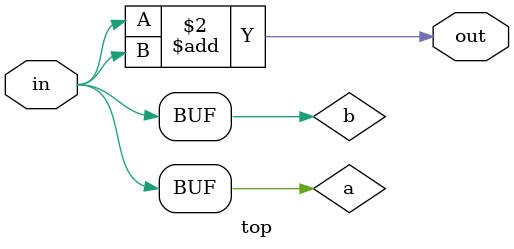
<source format=sv>
module top (
    input logic in,
    output logic out
);

logic a, b;

always_comb begin
    a = in;
    b = in;
    out = a + b;
end

endmodule

</source>
